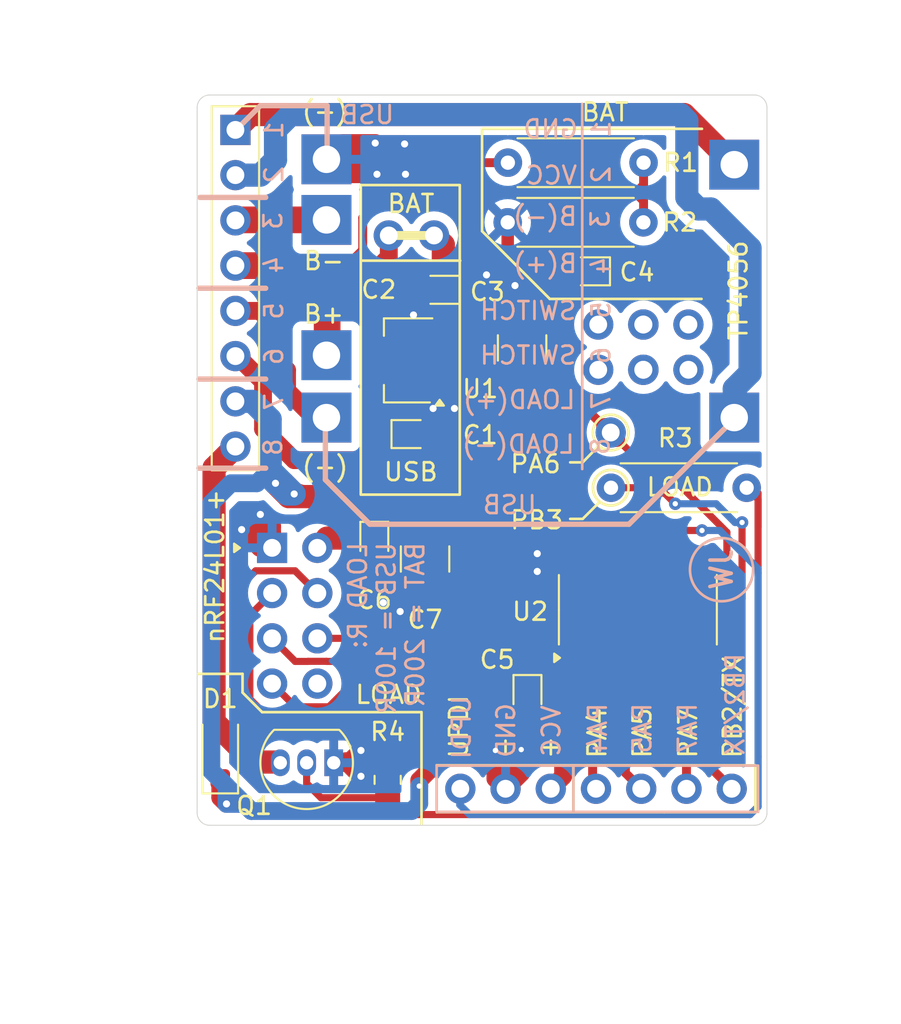
<source format=kicad_pcb>
(kicad_pcb (version 20240108) (generator "pcbnew") (generator_version "8.0")
  (layers (0 "F.Cu" signal) (31 "B.Cu" signal) (34 "B.Paste" user) (35 "F.Paste" user) (36 "B.SilkS" user "B.Silkscreen") (37 "F.SilkS" user "F.Silkscreen") (38 "B.Mask" user) (39 "F.Mask" user) (44 "Edge.Cuts" user))
  (net 0 "")
  (net 1 "Net-(J2-Pin_2)")
  (net 2 "GND")
  (net 3 "VCC")
  (net 4 "ADC_MEASURE")
  (net 5 "Net-(D1-A)")
  (net 6 "Net-(J1-Pin_1)")
  (net 7 "Net-(J1-Pin_2)")
  (net 8 "Net-(J2-Pin_1)")
  (net 9 "Net-(J3-Pin_2)")
  (net 10 "BATTERY_VOLT")
  (net 11 "UPDI")
  (net 12 "PB2")
  (net 13 "Net-(Q3-G)")
  (net 14 "ADC_ENABLED")
  (net 15 "LOAD_DRIVER_PIN")
  (net 16 "/SS")
  (net 17 "/MISO")
  (net 18 "/CE")
  (net 19 "/MOSI")
  (net 20 "/SCK")
  (net 22 "PB5")
  (net 23 "PB4")
  (footprint "TP4045:TP4056-18650" (layer "F.Cu") (at 181.9625 69.7125 180)
    (property "Reference" "TP4056" (hide yes))
    (property "Value" "~")
  )
  (footprint "Capacitor_Tantalum_SMD:CP_EIA-2012-15_AVX-P_Pad1.30x1.05mm_HandSolder" (layer "F.Cu") (at 168.65 84.35 -90)
    (property "Reference" "C5")
    (property "Value" "100nF")
  )
  (footprint "Connector_PinHeader_2.54mm:PinHeader_1x06_P2.54mm_Vertical" (layer "F.Cu") (at 177.58 88.85 -90)
    (property "Reference" "J6" (hide yes))
    (property "Value" "Conn_01x06")
  )
  (footprint "Capacitor_Tantalum_SMD:CP_EIA-2012-15_AVX-P_Pad1.30x1.05mm_HandSolder" (layer "F.Cu") (at 160.05 75.75 -90)
    (property "Reference" "C6")
    (property "Value" "100nF")
  )
  (footprint "Resistor_THT:R_Axial_DIN0207_L6.3mm_D2.5mm_P7.62mm_Horizontal" (layer "F.Cu") (at 167.55 53.7)
    (property "Reference" "R1")
    (property "Value" "5.1K")
  )
  (footprint "Diode_SMD:D_SOD-123F" (layer "F.Cu") (at 151.4 86.9 90)
    (property "Reference" "D1")
    (property "Value" "D")
  )
  (footprint "Package_TO_SOT_SMD:SOT-89-3" (layer "F.Cu") (at 161.95 64.8 180)
    (property "Reference" "U1")
    (property "Value" "MCP1700T-3302E/MB ")
  )
  (footprint "Package_TO_SOT_THT:TO-92_Inline" (layer "F.Cu") (at 157.52 87.39 180)
    (property "Reference" "Q1")
    (property "Value" "TO-92_Inline")
  )
  (footprint "RF_Module:nRF24L01_Breakout" (layer "F.Cu") (at 154.3105 75.325)
    (property "Reference" "nRF24L01+")
    (property "Value" "NRF24L01_Breakout")
  )
  (footprint "Capacitor_SMD:C_1210_3225Metric_Pad1.33x2.70mm_HandSolder" (layer "F.Cu") (at 168.35 64.1 90)
    (property "Reference" "C3")
    (property "Value" "22uF")
  )
  (footprint "Connector_PinHeader_2.54mm:PinHeader_2x03_P2.54mm_Vertical" (layer "F.Cu") (at 175.15 60.2475)
    (property "Reference" "REF**" (hide yes))
    (property "Value" "PinHeader_2x03_P2.54mm_Vertical")
  )
  (footprint "Package_SO:SOIC-14_3.9x8.7mm_P1.27mm" (layer "F.Cu") (at 174.85 78.8 90)
    (property "Reference" "U2")
    (property "Value" "ATtiny84A-P")
  )
  (footprint "Connector_PinHeader_2.54mm:PinHeader_1x04_P2.54mm_Vertical" (layer "F.Cu") (at 180.14 88.85 -90)
    (property "Reference" "REF**" (hide yes))
    (property "Value" "PinHeader_1x04_P2.54mm_Vertical")
  )
  (footprint "Resistor_THT:R_Axial_DIN0207_L6.3mm_D2.5mm_P7.62mm_Horizontal" (layer "F.Cu") (at 167.54 57.05)
    (property "Reference" "R2")
    (property "Value" "6.8K")
  )
  (footprint "Connector_PinHeader_2.54mm:PinHeader_1x03_P2.54mm_Vertical" (layer "F.Cu") (at 158.3225 57.7875 90)
    (property "Reference" "REF**" (hide yes))
    (property "Value" "PinHeader_1x03_P2.54mm_Vertical")
  )
  (footprint "Capacitor_Tantalum_SMD:CP_EIA-2012-15_AVX-P_Pad1.30x1.05mm_HandSolder" (layer "F.Cu") (at 162.9 68.9375)
    (property "Reference" "C1")
    (property "Value" "1uf")
  )
  (footprint "Capacitor_Tantalum_SMD:CP_EIA-2012-15_AVX-P_Pad1.30x1.05mm_HandSolder" (layer "F.Cu") (at 171.4 59.8 180)
    (property "Reference" "C4")
    (property "Value" "100nF")
  )
  (footprint "Capacitor_SMD:C_1210_3225Metric_Pad1.33x2.70mm_HandSolder" (layer "F.Cu") (at 162.9 75.95 -90)
    (property "Reference" "C7")
    (property "Value" "10uF")
  )
  (footprint "Resistor_THT:R_Axial_DIN0207_L6.3mm_D2.5mm_P7.62mm_Horizontal" (layer "F.Cu") (at 173.34 71.95)
    (property "Reference" "R8" (hide yes))
    (property "Value" "0-10K ?")
  )
  (footprint "Resistor_SMD:R_0805_2012Metric_Pad1.20x1.40mm_HandSolder" (layer "F.Cu") (at 160.8 88.35 90)
    (property "Reference" "R4")
    (property "Value" "10K")
  )
  (footprint "Connector_PinHeader_2.54mm:PinHeader_1x03_P2.54mm_Vertical" (layer "F.Cu") (at 174.71 68.85 90)
    (property "Reference" "REF**" (hide yes))
    (property "Value" "PinHeader_1x03_P2.54mm_Vertical")
  )
  (footprint "Capacitor_Tantalum_SMD:CP_EIA-2012-15_AVX-P_Pad1.30x1.05mm_HandSolder" (layer "F.Cu") (at 162.95 60.8375 180)
    (property "Reference" "C2")
    (property "Value" "1uf")
  )
  (footprint "Connector_PinHeader_2.54mm:PinHeader_1x08_P2.54mm_Vertical" (layer "F.Cu") (at 152.25 51.86)
    (property "Reference" "REF**" (hide yes))
    (property "Value" "PinHeader_1x08_P2.54mm_Vertical")
  )
  (footprint "Connector_PinHeader_2.54mm:PinHeader_2x03_P2.54mm_Vertical" (layer "F.Cu") (at 172.625 60.2475)
    (property "Reference" "REF**" (hide yes))
    (property "Value" "PinHeader_2x03_P2.54mm_Vertical")
  )
  (gr_line (start 153.95 60.75) (end 150.2 60.75) (stroke (width 0.3)) (layer "B.SilkS"))
  (gr_line (start 153.95 55.65) (end 150.25 55.65) (stroke (width 0.3)) (layer "B.SilkS"))
  (gr_rect (start 163.55 87.55) (end 181.6 90.15) (stroke (width 0.15)) (fill none) (layer "B.SilkS"))
  (gr_line (start 153.65 50.5) (end 152.25 51.9) (stroke (width 0.3)) (layer "B.SilkS"))
  (gr_line (start 159.8 74) (end 157.3 71.5) (stroke (width 0.3)) (layer "B.SilkS"))
  (gr_line (start 171.725 70.9) (end 171.725 50.4) (stroke (width 0.15)) (layer "B.SilkS"))
  (gr_line (start 153.95 65.85) (end 150.2 65.85) (stroke (width 0.3)) (layer "B.SilkS"))
  (gr_line (start 153.95 70.85) (end 150.2 70.85) (stroke (width 0.3)) (layer "B.SilkS"))
  (gr_line (start 157.4 50.5) (end 157.4 53.55) (stroke (width 0.3)) (layer "B.SilkS"))
  (gr_line (start 153.675 50.5) (end 157.4 50.5) (stroke (width 0.3)) (layer "B.SilkS"))
  (gr_line (start 171.23 87.55) (end 171.23 90.15) (stroke (width 0.15)) (layer "B.SilkS"))
  (gr_line (start 157.3 71.5) (end 157.3 68.032233) (stroke (width 0.3)) (layer "B.SilkS"))
  (gr_line (start 174.35 74) (end 159.8 74) (stroke (width 0.3)) (layer "B.SilkS"))
  (gr_circle (center 179.55 76.55) (end 181.323415 76.55) (stroke (width 0.15)) (fill none) (layer "B.SilkS"))
  (gr_line (start 180.3 68.05) (end 174.35 74) (stroke (width 0.3)) (layer "B.SilkS"))
  (gr_rect (start 159.29 54.9575) (end 164.85 72.3375) (stroke (width 0.15)) (fill none) (layer "F.SilkS"))
  (gr_line (start 150.15 82.4) (end 152.65 82.4) (stroke (width 0.15)) (layer "F.SilkS"))
  (gr_line (start 163.1 57.7875) (end 160.85 57.7875) (stroke (width 0.5)) (layer "F.SilkS"))
  (gr_line (start 176.33 90.18) (end 181.450088 90.18) (stroke (width 0.12)) (layer "F.SilkS"))
  (gr_line (start 176.33 87.52) (end 181.45 87.52) (stroke (width 0.12)) (layer "F.SilkS"))
  (gr_line (start 162.7 84.55) (end 162.7 90.85) (stroke (width 0.15)) (layer "F.SilkS"))
  (gr_line (start 169.9 61.35) (end 178.425 61.35) (stroke (width 0.15)) (layer "F.SilkS"))
  (gr_line (start 171.05 73.7) (end 171.75 73.7) (stroke (width 0.15)) (layer "F.SilkS"))
  (gr_line (start 171.225 87.55) (end 171.225 90.15) (stroke (width 0.15)) (layer "F.SilkS"))
  (gr_line (start 171.05 70.525) (end 171.75 70.525) (stroke (width 0.15)) (layer "F.SilkS"))
  (gr_line (start 181.45 87.55) (end 181.45 90.15) (stroke (width 0.15)) (layer "F.SilkS"))
  (gr_line (start 166.1 57.543741) (end 169.903131 61.346872) (stroke (width 0.15)) (layer "F.SilkS"))
  (gr_circle (center 173.325 71.95) (end 174.325 71.95) (stroke (width 0.15)) (fill none) (layer "F.SilkS"))
  (gr_line (start 164.875 59.2) (end 159.325 59.2) (stroke (width 0.15)) (layer "F.SilkS"))
  (gr_line (start 172.7 72.75) (end 171.75 73.7) (stroke (width 0.15)) (layer "F.SilkS"))
  (gr_line (start 172.65 69.6) (end 171.75 70.525) (stroke (width 0.15)) (layer "F.SilkS"))
  (gr_line (start 166.1 51.8) (end 166.1 57.543741) (stroke (width 0.15)) (layer "F.SilkS"))
  (gr_circle (center 173.325 68.85) (end 174.325 68.85) (stroke (width 0.15)) (fill none) (layer "F.SilkS"))
  (gr_line (start 178.45 51.8) (end 166.1 51.8) (stroke (width 0.15)) (layer "F.SilkS"))
  (gr_line (start 152.65 83.45) (end 153.75 84.55) (stroke (width 0.15)) (layer "F.SilkS"))
  (gr_line (start 153.75 84.55) (end 162.7 84.55) (stroke (width 0.15)) (layer "F.SilkS"))
  (gr_line (start 152.65 83.442939) (end 152.65 82.4) (stroke (width 0.15)) (layer "F.SilkS"))
  (gr_arc (start 150.8 90.899998) (mid 150.307083 90.692917) (end 150.100002 90.2) (stroke (width 0.05)) (layer "Edge.Cuts"))
  (gr_line (start 181.4 49.900001) (end 150.8 49.900001) (stroke (width 0.05)) (layer "Edge.Cuts"))
  (gr_arc (start 181.4 49.900002) (mid 181.893083 50.107249) (end 182.100003 50.600469) (stroke (width 0.05)) (layer "Edge.Cuts"))
  (gr_line (start 181.4 90.899999) (end 150.8 90.899999) (stroke (width 0.05)) (layer "Edge.Cuts"))
  (gr_line (start 150.100001 90.2) (end 150.101262 50.649923) (stroke (width 0.05)) (layer "Edge.Cuts"))
  (gr_arc (start 150.101262 50.649923) (mid 150.289738 50.12505) (end 150.8 49.900001) (stroke (width 0.05)) (layer "Edge.Cuts"))
  (gr_line (start 182.100004 50.600469) (end 182.1 90.25) (stroke (width 0.05)) (layer "Edge.Cuts"))
  (gr_arc (start 182.097739 90.249817) (mid 181.874975 90.710237) (end 181.4 90.899998) (stroke (width 0.05)) (layer "Edge.Cuts"))
  (gr_text "SWITCH" (at 171.475 65.1 0) (layer "B.SilkS") (effects (font (size 1 1)) (justify left bottom mirror)))
  (gr_text "1" (at 173.375 51.25 90) (layer "B.SilkS") (effects (font (size 1 1)) (justify left bottom mirror)))
  (gr_text "LOAD(+)" (at 171.425 67.6 0) (layer "B.SilkS") (effects (font (size 1 1)) (justify left bottom mirror)))
  (gr_text "PA7" (at 178.225 83.95 90) (layer "B.SilkS") (effects (font (size 1 1)) (justify left bottom mirror)))
  (gr_text "2" (at 155 53.8 90) (layer "B.SilkS") (effects (font (size 1 1)) (justify left bottom mirror)))
  (gr_text "LOAD(-)" (at 171.375 70.1 0) (layer "B.SilkS") (effects (font (size 1 1)) (justify left bottom mirror)))
  (gr_text "8" (at 154.95 69.1 90) (layer "B.SilkS") (effects (font (size 1 1)) (justify left bottom mirror)))
  (gr_text "PA5" (at 175.68 83.95 90) (layer "B.SilkS") (effects (font (size 1 1)) (justify left bottom mirror)))
  (gr_text "GND" (at 168.03 83.95 90) (layer "B.SilkS") (effects (font (size 1 1)) (justify left bottom mirror)))
  (gr_text "USB" (at 161.25 51.6 0) (layer "B.SilkS") (effects (font (size 1 1)) (justify left bottom mirror)))
  (gr_text "3" (at 173.325 56.3 90) (layer "B.SilkS") (effects (font (size 1 1)) (justify left bottom mirror)))
  (gr_text "2" (at 173.375 53.8 90) (layer "B.SilkS") (effects (font (size 1 1)) (justify left bottom mirror)))
  (gr_text "3" (at 154.95 56.4 90) (layer "B.SilkS") (effects (font (size 1 1)) (justify left bottom mirror)))
  (gr_text "GND" (at 171.575 52.4 0) (layer "B.SilkS") (effects (font (size 1 1)) (justify left bottom mirror)))
  (gr_text "VCC" (at 170.575 84.075 90) (layer "B.SilkS") (effects (font (size 1 1)) (justify left bottom mirror)))
  (gr_text "5" (at 173.375 61.4 90) (layer "B.SilkS") (effects (font (size 1 1)) (justify left bottom mirror)))
  (gr_text "JW" (at 180.25 75.25 90) (layer "B.SilkS") (effects (font (size 1.2 1.2) (thickness 0.2) (bold yes)) (justify left bottom mirror)))
  (gr_text "6" (at 155 64 90) (layer "B.SilkS") (effects (font (size 1 1)) (justify left bottom mirror)))
  (gr_text "B(-)" (at 171.525 57.3 0) (layer "B.SilkS") (effects (font (size 1 1)) (justify left bottom mirror)))
  (gr_text "PA4" (at 173.18 83.95 90) (layer "B.SilkS") (effects (font (size 1 1)) (justify left bottom mirror)))
  (gr_text "7" (at 173.375 66.5 90) (layer "B.SilkS") (effects (font (size 1 1)) (justify left bottom mirror)))
  (gr_text "5" (at 155 61.45 90) (layer "B.SilkS") (effects (font (size 1 1)) (justify left bottom mirror)))
  (gr_text "7" (at 155 66.55 90) (layer "B.SilkS") (effects (font (size 1 1)) (justify left bottom mirror)))
  (gr_text "LOAD R:\nUSB = 100R\nBAT = 200R" (at 162.925 74.925 90) (layer "B.SilkS") (effects (font (size 1 1)) (justify left bottom mirror)))
  (gr_text "8" (at 173.325 69.05 90) (layer "B.SilkS") (effects (font (size 1 1)) (justify left bottom mirror)))
  (gr_text "USB" (at 169.25 73.5 0) (layer "B.SilkS") (effects (font (size 1 1)) (justify left bottom mirror)))
  (gr_text "B(+)" (at 171.525 59.95 0) (layer "B.SilkS") (effects (font (size 1 1)) (justify left bottom mirror)))
  (gr_text "SWITCH" (at 171.475 62.6 0) (layer "B.SilkS") (effects (font (size 1 1)) (justify left bottom mirror)))
  (gr_text "6" (at 173.375 63.95 90) (layer "B.SilkS") (effects (font (size 1 1)) (justify left bottom mirror)))
  (gr_text "4" (at 155 58.85 90) (layer "B.SilkS") (effects (font (size 1 1)) (justify left bottom mirror)))
  (gr_text "4" (at 173.375 58.9 90) (layer "B.SilkS") (effects (font (size 1 1)) (justify left bottom mirror)))
  (gr_text "PB2/TX" (at 180.9 81.15 90) (layer "B.SilkS") (effects (font (size 1 1)) (justify left bottom mirror)))
  (gr_text "UPDI" (at 165.53 83.55 90) (layer "B.SilkS") (effects (font (size 1 1)) (justify left bottom mirror)))
  (gr_text "VCC" (at 171.525 55 0) (layer "B.SilkS") (effects (font (size 1 1)) (justify left bottom mirror)))
  (gr_text "1" (at 155 51.3 90) (layer "B.SilkS") (effects (font (size 1 1)) (justify left bottom mirror)))
  (gr_text "PA6" (at 167.6 71.2 0) (layer "F.SilkS") (effects (font (size 1 1)) (justify left bottom)))
  (gr_text "TP4056" (at 181.075 63.75 90) (layer "F.SilkS") (effects (font (size 1 1)) (justify left bottom)))
  (gr_text "PA4" (at 173.15 87.225 90) (layer "F.SilkS") (effects (font (size 1 1)) (justify left bottom)))
  (gr_text "PB3" (at 167.6 74.35 0) (layer "F.SilkS") (effects (font (size 1 1)) (justify left bottom)))
  (gr_text "LOAD" (at 158.9 84.15 0) (layer "F.SilkS") (effects (font (size 1 1)) (justify left bottom)))
  (gr_text "(+)" (at 155.9 71.35 0) (layer "F.SilkS") (effects (font (size 1 1)) (justify left bottom)))
  (gr_text "+" (at 170.475 87.25 90) (layer "F.SilkS") (effects (font (size 1 1)) (justify left bottom)))
  (gr_text "-" (at 167.93 87.25 90) (layer "F.SilkS") (effects (font (size 1 1)) (justify left bottom)))
  (gr_text "BAT" (at 171.6 51.45 0) (layer "F.SilkS") (effects (font (size 1 1)) (justify left bottom)))
  (gr_text "PB2/TX" (at 180.75 87.225 90) (layer "F.SilkS") (effects (font (size 1 1)) (justify left bottom)))
  (gr_text "PA7" (at 178.25 87.225 90) (layer "F.SilkS") (effects (font (size 1 1)) (justify left bottom)))
  (gr_text "BAT" (at 160.7 56.5875 0) (layer "F.SilkS") (effects (font (size 1 1)) (justify left bottom)))
  (gr_text "PA5" (at 175.68 87.225 90) (layer "F.SilkS") (effects (font (size 1 1)) (justify left bottom)))
  (gr_text "LOAD" (at 175.25 72.5 0) (layer "F.SilkS") (effects (font (size 1 1)) (justify left bottom)))
  (gr_text "UPDI" (at 165.375 87.225 90) (layer "F.SilkS") (effects (font (size 1 1)) (justify left bottom)))
  (gr_text "R3" (at 175.875 69.75 0) (layer "F.SilkS") (effects (font (size 1 1)) (justify left bottom)))
  (gr_text "(-)" (at 155.9 51.4 0) (layer "F.SilkS") (effects (font (size 1 1)) (justify left bottom)))
  (gr_text "USB" (at 160.5 71.65 0) (layer "F.SilkS") (effects (font (size 1 1)) (justify left bottom)))
  (segment (start 159.8 60.0625) (end 159.8 62.6) (width 1) (layer "F.Cu") (net 1))
  (segment (start 160.4625 70.4) (end 155.55 70.4) (width 1) (layer "F.Cu") (net 1))
  (segment (start 163.8125 64.8) (end 162 64.8) (width 1) (layer "F.Cu") (net 1))
  (segment (start 161.3 66.05) (end 162.482906 64.867094) (width 1) (layer "F.Cu") (net 1))
  (segment (start 161.3 69.5625) (end 160.4625 70.4) (width 1) (layer "F.Cu") (net 1))
  (segment (start 161.925 68.9375) (end 161.8875 68.9375) (width 1) (layer "F.Cu") (net 1))
  (segment (start 155.55 70.4) (end 153.8 68.65) (width 1) (layer "F.Cu") (net 1))
  (segment (start 153.8 68.65) (end 153.8 66) (width 1) (layer "F.Cu") (net 1))
  (segment (start 160.8625 57.7875) (end 160.8625 59) (width 1) (layer "F.Cu") (net 1))
  (segment (start 153.8 66) (end 152.36 64.56) (width 1) (layer "F.Cu") (net 1))
  (segment (start 152.36 64.56) (end 152.25 64.56) (width 1) (layer "F.Cu") (net 1))
  (segment (start 162 64.8) (end 159.8 62.6) (width 1) (layer "F.Cu") (net 1))
  (segment (start 161.3 68.35) (end 161.3 69.5625) (width 1) (layer "F.Cu") (net 1))
  (segment (start 161.3 68.35) (end 161.3 66.05) (width 1) (layer "F.Cu") (net 1))
  (segment (start 159.8 60.0625) (end 160.8625 59) (width 1) (layer "F.Cu") (net 1))
  (segment (start 161.8875 68.9375) (end 161.3 68.35) (width 1) (layer "F.Cu") (net 1))
  (segment (start 162.482906 64.867094) (end 163.745406 64.867094) (width 1) (layer "F.Cu") (net 1))
  (segment (start 162.9 77.5) (end 161.5 78.9) (width 1.3) (layer "F.Cu") (net 2))
  (segment (start 163.875 68.9375) (end 163.875 68.025) (width 1) (layer "F.Cu") (net 2))
  (segment (start 160.2 54.35) (end 161.8 54.35) (width 1) (layer "F.Cu") (net 2))
  (segment (start 160.2 54.35) (end 158.2 54.35) (width 1) (layer "F.Cu") (net 2))
  (segment (start 160.55 78.4) (end 160.05 77.9) (width 1.3) (layer "F.Cu") (net 2))
  (segment (start 153.625 75.325) (end 152.6 74.3) (width 1) (layer "F.Cu") (net 2))
  (segment (start 170.715 76.65) (end 171.04 76.325) (width 0.7) (layer "F.Cu") (net 2))
  (segment (start 168.75 59.8) (end 167.95 60.6) (width 0.7) (layer "F.Cu") (net 2))
  (segment (start 166.35 60.5375) (end 168.35 62.5375) (width 1.3) (layer "F.Cu") (net 2))
  (segment (start 163.9 66.95) (end 163.35 67.5) (width 1) (layer "F.Cu") (net 2))
  (segment (start 158.2 54.35) (end 157.3625 53.5125) (width 1) (layer "F.Cu") (net 2))
  (segment (start 154.3105 75.325) (end 154.3105 75.0605) (width 1) (layer "F.Cu") (net 2))
  (segment (start 168.3 86.65) (end 167.35 87.6) (width 1) (layer "F.Cu") (net 2))
  (segment (start 169.2 76.65) (end 169.2 75.65) (width 0.7) (layer "F.Cu") (net 2))
  (segment (start 157.77 87.39) (end 158.61 87.39) (width 1) (layer "F.Cu") (net 2))
  (segment (start 168.35 62.5375) (end 168.35 61) (width 1.3) (layer "F.Cu") (net 2))
  (segment (start 160.1 87.35) (end 159.3 88.15) (width 1) (layer "F.Cu") (net 2))
  (segment (start 163.875 68.025) (end 163.35 67.5) (width 1) (layer "F.Cu") (net 2))
  (segment (start 159.95 87.35) (end 159.3 86.7) (width 1) (layer "F.Cu") (net 2))
  (segment (start 160.15 52.65) (end 160.1 52.6) (width 1) (layer "F.Cu") (net 2))
  (segment (start 163.875 68.175) (end 164.55 67.5) (width 1) (layer "F.Cu") (net 2))
  (segment (start 154.3105 75.325) (end 154.3105 74.4605) (width 1) (layer "F.Cu") (net 2))
  (segment (start 168.3 86.65) (end 168.3 87.97) (width 1) (layer "F.Cu") (net 2))
  (segment (start 154.3105 75.0605) (end 153.3 74.05) (width 1) (layer "F.Cu") (net 2))
  (segment (start 153.45 73.45) (end 153.65 73.45) (width 1) (layer "F.Cu") (net 2))
  (segment (start 167.35 87.6) (end 167.35 87.8) (width 1) (layer "F.Cu") (net 2))
  (segment (start 160.05 77.9) (end 160.05 76.725) (width 1.3) (layer "F.Cu") (net 2))
  (segment (start 153.65 73.45) (end 154.3105 74.1105) (width 1) (layer "F.Cu") (net 2))
  (segment (start 160.1 52.6) (end 158.275 52.6) (width 1) (layer "F.Cu") (net 2))
  (segment (start 163.875 68.9375) (end 163.875 68.175) (width 1) (layer "F.Cu") (net 2))
  (segment (start 154.3105 74.1105) (end 154.3105 75.325) (width 1) (layer "F.Cu") (net 2))
  (segment (start 152.6 74.3) (end 153.45 73.45) (width 1) (layer "F.Cu") (net 2))
  (segment (start 166.85 86.7) (end 167.275 86.7) (width 1) (layer "F.Cu") (net 2))
  (segment (start 168.35 61) (end 167.95 60.6) (width 1.3) (layer "F.Cu") (net 2))
  (segment (start 169.675 76.325) (end 169.6 76.25) (width 0.7) (layer "F.Cu") (net 2))
  (segment (start 158.54 87.39) (end 159.3 88.15) (width 1) (layer "F.Cu") (net 2))
  (segment (start 167.275 86.7) (end 168.65 85.325) (width 1) (layer "F.Cu") (net 2))
  (segment (start 163.9 66.85) (end 164.55 67.5) (width 1) (layer "F.Cu") (net 2))
  (segment (start 162.9 77.1625) (end 160.4875 77.1625) (width 1.3) (layer "F.Cu") (net 2))
  (segment (start 161.5 78.2) (end 161.25 77.95) (width 1.3) (layer "F.Cu") (net 2))
  (segment (start 157.8 87.4) (end 157.75 87.35) (width 1) (layer "F.Cu") (net 2))
  (segment (start 170.365 75.65) (end 171.04 76.325) (width 0.7) (layer "F.Cu") (net 2))
  (segment (start 168.65 85.325) (end 168.65 86.3) (width 1) (layer "F.Cu") (net 2))
  (segment (start 161.05 78.9) (end 161.5 78.9) (width 1.3) (layer "F.Cu") (net 2))
  (segment (start 160.1 52.6) (end 161.7 54.2) (width 1) (layer "F.Cu") (net 2))
  (segment (start 167.35 60) (end 167.95 60.6) (width 1.3) (layer "F.Cu") (net 2))
  (segment (start 160.8 54.35) (end 160 53.55) (width 1) (layer "F.Cu") (net 2))
  (segment (start 166.85 86.7) (end 166.85 88.28) (width 1) (layer "F.Cu") (net 2))
  (segment (start 159.3 87.4) (end 157.8 87.4) (width 1) (layer "F.Cu") (net 2))
  (segment (start 161.975 60.8375) (end 161.975 61.975) (width 1) (layer "F.Cu") (net 2))
  (segment (start 161.975 61.975) (end 162.25 62.25) (width 1) (layer "F.Cu") (net 2))
  (segment (start 167.54 60.19) (end 167.95 60.6) (width 0.5) (layer "F.Cu") (net 2))
  (segment (start 157.3625 53.5125) (end 160.7875 53.5125) (width 1) (layer "F.Cu") (net 2))
  (segment (start 160.8 87.35) (end 159.35 87.35) (width 1) (layer "F.Cu") (net 2))
  (segment (start 154.3105 75.325) (end 153.625 75.325) (width 1) (layer "F.Cu") (net 2))
  (segment (start 167.54 57.05) (end 167.54 60.19) (width 0.7) (layer "F.Cu") (net 2))
  (segment (start 162.9 77.1625) (end 162.9 77.5) (width 1.3) (layer "F.Cu") (net 2))
  (segment (start 159.3 88.15) (end 159.3 87.4) (width 1) (layer "F.Cu") (net 2))
  (segment (start 157.77 87.39) (end 158.54 87.39) (width 1) (layer "F.Cu") (net 2))
  (segment (start 158.275 52.6) (end 157.3625 53.5125) (width 1) (layer "F.Cu") (net 2))
  (segment (start 161.5 78.9) (end 161.5 78.2) (width 1.3) (layer "F.Cu") (net 2))
  (segment (start 161.8 54.35) (end 160.8 54.35) (width 1) (layer "F.Cu") (net 2))
  (segment (start 161.75 52.65) (end 160.15 52.65) (width 1) (layer "F.Cu") (net 2))
  (segment (start 159.35 87.35) (end 159.3 87.4) (width 1) (layer "F.Cu") (net 2))
  (segment (start 168.3 87.97) (end 167.42 88.85) (width 1) (layer "F.Cu") (net 2))
  (segment (start 166.85 88.28) (end 167.42 88.85) (width 1) (layer "F.Cu") (net 2))
  (segment (start 158.45 87.3) (end 159.3 88.15) (width 1) (layer "F.Cu") (net 2))
  (segment (start 158.61 87.39) (end 159.3 86.7) (width 1) (layer "F.Cu") (net 2))
  (segment (start 163.9 66.3) (end 163.9 66.85) (width 1) (layer "F.Cu") (net 2))
  (segment (start 160.55 78.4) (end 161.05 78.9) (width 1.3) (layer "F.Cu") (net 2))
  (segment (start 159.3 87.4) (end 159.3 86.8) (width 1) (layer "F.Cu") (net 2))
  (segment (start 160.7875 53.5125) (end 160.8 53.5) (width 1) (layer "F.Cu") (net 2))
  (segment (start 170.425 59.8) (end 168.75 59.8) (width 0.7) (layer "F.Cu") (net 2))
  (segment (start 160.4875 77.1625) (end 160.05 76.725) (width 1.3) (layer "F.Cu") (net 2))
  (segment (start 168.65 86.3) (end 168.3 86.65) (width 1) (layer "F.Cu") (net 2))
  (segment (start 169.2 76.65) (end 170.715 76.65) (width 0.7) (layer "F.Cu") (net 2))
  (segment (start 169.2 75.65) (end 170.365 75.65) (width 0.7) (layer "F.Cu") (net 2))
  (segment (start 166.35 60) (end 166.35 60.5375) (width 1.3) (layer "F.Cu") (net 2))
  (segment (start 171.04 76.325) (end 169.675 76.325) (width 0.7) (layer "F.Cu") (net 2))
  (segment (start 161.8 52.7) (end 161.75 52.65) (width 1) (layer "F.Cu") (net 2))
  (segment (start 163.9 66.3) (end 163.9 66.95) (width 1) (layer "F.Cu") (net 2))
  (segment (start 161.8 54.35) (end 161.8 52.7) (width 1) (layer "F.Cu") (net 2))
  (segment (start 166.35 60) (end 167.35 60) (width 1.3) (layer "F.Cu") (net 2))
  (via (at 168.3 86.65) (size 0.7) (drill 0.3) (layers "F.Cu" "B.Cu") (net 2))
  (via (at 167.95 60.6) (size 0.9) (drill 0.4) (layers "F.Cu" "B.Cu") (net 2))
  (via (at 152.6 74.3) (size 0.9) (drill 0.4) (layers "F.Cu" "B.Cu") (net 2))
  (via (at 161.5 78.9) (size 0.9) (drill 0.4) (layers "F.Cu" "B.Cu") (net 2))
  (via (at 160.1 52.6) (size 0.9) (drill 0.4) (layers "F.Cu" "B.Cu") (net 2))
  (via (at 153.65 73.45) (size 0.9) (drill 0.4) (layers "F.Cu" "B.Cu") (net 2))
  (via (at 166.85 86.7) (size 0.7) (drill 0.3) (layers "F.Cu" "B.Cu") (net 2))
  (via (at 162.25 62.25) (size 0.9) (drill 0.4) (layers "F.Cu" "B.Cu") (net 2))
  (via (at 159.3 86.7) (size 0.9) (drill 0.4) (layers "F.Cu" "B.Cu") (net 2))
  (via (at 161.8 54.35) (size 0.9) (drill 0.4) (layers "F.Cu" "B.Cu") (net 2))
  (via (at 169.2 76.65) (size 0.9) (drill 0.4) (layers "F.Cu" "B.Cu") (net 2))
  (via (at 164.55 67.5) (size 0.9) (drill 0.4) (layers "F.Cu" "B.Cu") (net 2))
  (via (at 160.2 54.35) (size 0.9) (drill 0.4) (layers "F.Cu" "B.Cu") (net 2))
  (via (at 160.55 78.4) (size 0.9) (drill 0.4) (layers "F.Cu" "B.Cu") (net 2))
  (via (at 161.75 52.65) (size 0.9) (drill 0.4) (layers "F.Cu" "B.Cu") (net 2))
  (via (at 163.35 67.5) (size 0.9) (drill 0.4) (layers "F.Cu" "B.Cu") (net 2))
  (via (at 159.3 88.15) (size 0.9) (drill 0.4) (layers "F.Cu" "B.Cu") (net 2))
  (via (at 169.2 75.65) (size 0.9) (drill 0.4) (layers "F.Cu" "B.Cu") (net 2))
  (via (at 166.35 60) (size 0.9) (drill 0.4) (layers "F.Cu" "B.Cu") (net 2))
  (segment (start 168.35 65.6625) (end 167.6625 65.6625) (width 1.3) (layer "F.Cu") (net 3))
  (segment (start 155.55 72.3) (end 155.7 72.45) (width 1.3) (layer "F.Cu") (net 3))
  (segment (start 168.35 69.7) (end 168.35 65.6625) (width 1.3) (layer "F.Cu") (net 3))
  (segment (start 160.05 74.775) (end 162.1625 74.775) (width 1.3) (layer "F.Cu") (net 3))
  (segment (start 164.125 63.075) (end 165.025 63.075) (width 1.3) (layer "F.Cu") (net 3))
  (segment (start 163.925 60.8375) (end 163.925 60.925) (width 1.3) (layer "F.Cu") (net 3))
  (segment (start 170.65 84.15) (end 170.05 83.55) (width 1) (layer "F.Cu") (net 3))
  (segment (start 169.4075 82.9075) (end 171.04 81.275) (width 1) (layer "F.Cu") (net 3))
  (segment (start 162.575 88.7) (end 162.575 88.375) (width 1) (layer "F.Cu") (net 3))
  (segment (start 158.9 74.775) (end 160.05 74.775) (width 1.3) (layer "F.Cu") (net 3))
  (segment (start 165.1 62.1) (end 163.9 63.3) (width 1.3) (layer "F.Cu") (net 3))
  (segment (start 165.35 63.3) (end 167.7125 65.6625) (width 1.3) (layer "F.Cu") (net 3))
  (segment (start 168.94 83.375) (end 169.4075 82.9075) (width 1) (layer "F.Cu") (net 3))
  (segment (start 157.4005 74.775) (end 156.8505 75.325) (width 1) (layer "F.Cu") (net 3))
  (segment (start 155.25 72.45) (end 154.5 71.7) (width 1.3) (layer "F.Cu") (net 3))
  (segment (start 164.1 73.95) (end 165.8 72.25) (width 1.3) (layer "F.Cu") (net 3))
  (segment (start 170.05 83.55) (end 168.65 83.55) (width 1) (layer "F.Cu") (net 3))
  (segment (start 160.05 74.775) (end 157.4005 74.775) (width 1) (layer "F.Cu") (net 3))
  (segment (start 163.275 74.775) (end 164.1 73.95) (width 1.3) (layer "F.Cu") (net 3))
  (segment (start 165.6 72.45) (end 165.8 72.25) (width 1.3) (layer "F.Cu") (net 3))
  (segment (start 157.4005 74.775) (end 158.9 74.775) (width 1.3) (layer "F.Cu") (net 3))
  (segment (start 168.0425 82.9075) (end 169.4075 82.9075) (width 1) (layer "F.Cu") (net 3))
  (segment (start 157 72.45) (end 165.6 72.45) (width 1.3) (layer "F.Cu") (net 3))
  (segment (start 165.1 62.1) (end 165.1 63.15) (width 1.3) (layer "F.Cu") (net 3))
  (segment (start 163.9 63.3) (end 165.35 63.3) (width 1.3) (layer "F.Cu") (net 3))
  (segment (start 151.4 88.3) (end 151.4 89.35) (width 1) (layer "F.Cu") (net 3))
  (segment (start 155.7 72.45) (end 155.85 72.45) (width 1.3) (layer "F.Cu") (net 3))
  (segment (start 160.4375 74.3875) (end 160.05 74.775) (width 1) (layer "F.Cu") (net 3))
  (segment (start 156 72.45) (end 155.55 72.3) (width 1.3) (layer "F.Cu") (net 3))
  (segment (start 168.865 83.45) (end 168.85 83.45) (width 1) (layer "F.Cu") (net 3))
  (segment (start 163.4025 57.7875) (end 163.925 58.31) (width 1.3) (layer "F.Cu") (net 3))
  (segment (start 162.575 88.375) (end 167.575 83.375) (width 1) (layer "F.Cu") (net 3))
  (segment (start 157 72.45) (end 156 72.45) (width 1.3) (layer "F.Cu") (net 3))
  (segment (start 151.4 89.35) (end 151.75 89.7) (width 1) (layer "F.Cu") (net 3))
  (segment (start 169.4075 82.9075) (end 170.65 84.15) (width 1) (layer "F.Cu") (net 3))
  (segment (start 154.5 71.7) (end 154.95 71.7) (width 1.3) (layer "F.Cu") (net 3))
  (segment (start 162.9 74.3875) (end 160.4375 74.3875) (width 1) (layer "F.Cu") (net 3))
  (segment (start 165.6 72.45) (end 168.35 69.7) (width 1.3) (layer "F.Cu") (net 3))
  (segment (start 163.925 60.925) (end 165.1 62.1) (width 1.3) (layer "F.Cu") (net 3))
  (segment (start 154.95 71.7) (end 155.55 72.3) (width 1.3) (layer "F.Cu") (net 3))
  (segment (start 170.65 84.15) (end 170.65 88.16) (width 1) (layer "F.Cu") (net 3))
  (segment (start 168.65 83.375) (end 168.94 83.375) (width 1) (layer "F.Cu") (net 3))
  (segment (start 167.575 83.375) (end 168.0425 82.9075) (width 1) (layer "F.Cu") (net 3))
  (segment (start 162.9 74.3875) (end 163.6625 74.3875) (width 1) (layer "F.Cu") (net 3))
  (segment (start 165.0285 63.0785) (end 163.9 63.0785) (width 1.3) (layer "F.Cu") (net 3))
  (segment (start 164.1 60.8) (end 163.85 60.8) (width 1.3) (layer "F.Cu") (net 3))
  (segment (start 167.7125 65.6625) (end 168.35 65.6625) (width 1.3) (layer "F.Cu") (net 3))
  (segment (start 167.575 83.375) (end 168.65 83.375) (width 1) (layer "F.Cu") (net 3))
  (segment (start 170.65 88.16) (end 169.96 88.85) (width 1) (layer "F.Cu") (net 3))
  (segment (start 157 72.45) (end 155.25 72.45) (width 1.3) (layer "F.Cu") (net 3))
  (segment (start 163.6625 74.3875) (end 164.1 73.95) (width 1) (layer "F.Cu") (net 3))
  (segment (start 158.9 74.775) (end 163.275 74.775) (width 1.3) (layer "F.Cu") (net 3))
  (segment (start 163.9 63.3) (end 164.125 63.075) (width 1.3) (layer "F.Cu") (net 3))
  (segment (start 163.925 58.31) (end 163.925 60.8375) (width 1.3) (layer "F.Cu") (net 3))
  (via (at 151.75 89.7) (size 0.9) (drill 0.4) (layers "F.Cu" "B.Cu") (net 3))
  (via (at 154.5 71.7) (size 0.9) (drill 0.4) (layers "F.Cu" "B.Cu") (net 3))
  (via (at 155.55 72.3) (size 0.9) (drill 0.4) (layers "F.Cu" "B.Cu") (net 3))
  (via (at 162.575 88.7) (size 0.7) (drill 0.3) (layers "F.Cu" "B.Cu") (net 3))
  (segment (start 150.9 72.8) (end 150.9 87.85) (width 1) (layer "B.Cu") (net 3))
  (segment (start 152 71.7) (end 150.9 72.8) (width 1) (layer "B.Cu") (net 3))
  (segment (start 155.15 72.3) (end 154.65 71.8) (width 1.3) (layer "B.Cu") (net 3))
  (segment (start 162.15 90.1) (end 153.15 90.1) (width 1) (layer "B.Cu") (net 3))
  (segment (start 155.55 72.3) (end 155.15 72.3) (width 1.3) (layer "B.Cu") (net 3))
  (segment (start 154.2 69.75) (end 154.2 71.4) (width 1.3) (layer "B.Cu") (net 3))
  (segment (start 151.75 89.7) (end 152.75 89.7) (width 1) (layer "B.Cu") (net 3))
  (segment (start 154.2 70.95) (end 154.2 69.75) (width 1.3) (layer "B.Cu") (net 3))
  (segment (start 155.55 72.3) (end 154.2 70.95) (width 1.3) (layer "B.Cu") (net 3))
  (segment (start 162.575 88.7) (end 162.575 89.675) (width 1) (layer "B.Cu") (net 3))
  (segment (start 153.45 71.7) (end 152 71.7) (width 1) (layer "B.Cu") (net 3))
  (segment (start 151.75 88.7) (end 151.75 89.7) (width 1) (layer "B.Cu") (net 3))
  (segment (start 162.575 89.675) (end 162.15 90.1) (width 1) (layer "B.Cu") (net 3))
  (segment (start 153.2 67.1) (end 152.25 67.1) (width 1.3) (layer "B.Cu") (net 3))
  (segment (start 154.2 71.4) (end 154.5 71.7) (width 1.3) (layer "B.Cu") (net 3))
  (segment (start 152.75 89.7) (end 153.15 90.1) (width 1) (layer "B.Cu") (net 3))
  (segment (start 150.9 87.85) (end 153.15 90.1) (width 1) (layer "B.Cu") (net 3))
  (segment (start 154.2 69.75) (end 154.2 68.1) (width 1.3) (layer "B.Cu") (net 3))
  (segment (start 154.2 70.95) (end 153.45 71.7) (width 1) (layer "B.Cu") (net 3))
  (segment (start 150.9 87.85) (end 151.75 88.7) (width 1) (layer "B.Cu") (net 3))
  (segment (start 154.2 68.1) (end 153.2 67.1) (width 1.3) (layer "B.Cu") (net 3))
  (segment (start 177.2 79.6) (end 178.25 78.55) (width 0.4) (layer "F.Cu") (net 4))
  (segment (start 173.325 68.85) (end 173.6375 69.1625) (width 1) (layer "F.Cu") (net 4))
  (segment (start 173.325 68.85) (end 173.0125 68.5375) (width 1) (layer "F.Cu") (net 4))
  (segment (start 174.72 55.4) (end 175.17 55.85) (width 0.5) (layer "F.Cu") (net 4))
  (segment (start 174.45 55.4) (end 174.72 55.4) (width 0.5) (layer "F.Cu") (net 4))
  (segment (start 175.17 57.04) (end 175.16 57.05) (width 0.5) (layer "F.Cu") (net 4))
  (segment (start 172.9625 68.5375) (end 173.0125 68.5375) (width 0.5) (layer "F.Cu") (net 4))
  (segment (start 175.17 53.7) (end 175.17 54.95) (width 0.5) (layer "F.Cu") (net 4))
  (segment (start 170.8 62) (end 170.8 66.375) (width 0.5) (layer "F.Cu") (net 4))
  (segment (start 172.375 60.425) (end 170.8 62) (width 0.5) (layer "F.Cu") (net 4))
  (segment (start 174.425 69.95) (end 173.6375 69.1625) (width 0.4) (layer "F.Cu") (net 4))
  (segment (start 174.45 55.4) (end 175.17 55.4) (width 0.5) (layer "F.Cu") (net 4))
  (segment (start 173.3 55.4) (end 174.45 55.4) (width 0.5) (layer "F.Cu") (net 4))
  (segment (start 178.75 78.55) (end 179.85 77.45) (width 0.4) (layer "F.Cu") (net 4))
  (segment (start 174.72 55.4) (end 175.17 54.95) (width 0.5) (layer "F.Cu") (net 4))
  (segment (start 179.85 74.45) (end 175.35 69.95) (width 0.4) (layer "F.Cu") (net 4))
  (segment (start 174.85 80.25) (end 175.5 79.6) (width 0.4) (layer "F.Cu") (net 4))
  (segment (start 172.375 59.8) (end 172.375 56.325) (width 0.5) (layer "F.Cu") (net 4))
  (segment (start 175.17 54.95) (end 175.17 55.4) (width 0.5) (layer "F.Cu") (net 4))
  (segment (start 178.25 78.55) (end 178.75 78.55) (width 0.4) (layer "F.Cu") (net 4))
  (segment (start 175.17 55.85) (end 175.17 57.04) (width 0.5) (layer "F.Cu") (net 4))
  (segment (start 175.17 55.4) (end 175.17 55.85) (width 0.5) (layer "F.Cu") (net 4))
  (segment (start 174.85 81.275) (end 174.85 80.25) (width 0.4) (layer "F.Cu") (net 4))
  (segment (start 172.375 56.325) (end 173.3 55.4) (width 0.5) (layer "F.Cu") (net 4))
  (segment (start 175.35 69.95) (end 174.425 69.95) (width 0.4) (layer "F.Cu") (net 4))
  (segment (start 170.8 66.375) (end 172.9625 68.5375) (width 0.5) (layer "F.Cu") (net 4))
  (segment (start 172.375 59.8) (end 172.375 60.425) (width 0.5) (layer "F.Cu") (net 4))
  (segment (start 175.5 79.6) (end 177.2 79.6) (width 0.4) (layer "F.Cu") (net 4))
  (segment (start 179.85 77.45) (end 179.85 74.45) (width 0.4) (layer "F.Cu") (net 4))
  (segment (start 151.15 85.2) (end 153.3 87.35) (width 1.3) (layer "F.Cu") (net 5))
  (segment (start 151.35 85.55) (end 151.05 85.55) (width 1) (layer "F.Cu") (net 5))
  (segment (start 154.77 87.39) (end 154.77 87.17) (width 0.7) (layer "F.Cu") (net 5))
  (segment (start 153.3 87.35) (end 154.65 87.35) (width 1.3) (layer "F.Cu") (net 5))
  (segment (start 151.4 85.5) (end 151.35 85.55) (width 1) (layer "F.Cu") (net 5))
  (segment (start 154.77 87.39) (end 153.39 87.39) (width 0.7) (layer "F.Cu") (net 5))
  (segment (start 154.77 87.39) (end 154.77 87.43) (width 0.7) (layer "F.Cu") (net 5))
  (segment (start 152.25 69.64) (end 151.05 70.84) (width 1.3) (layer "F.Cu") (net 5))
  (segment (start 154.77 87.43) (end 154.55 87.65) (width 0.7) (layer "F.Cu") (net 5))
  (segment (start 151.05 70.84) (end 151.05 85.55) (width 1.3) (layer "F.Cu") (net 5))
  (segment (start 154.77 87.17) (end 154.65 87.05) (width 0.7) (layer "F.Cu") (net 5))
  (segment (start 153.39 87.39) (end 153.25 87.25) (width 0.7) (layer "F.Cu") (net 5))
  (segment (start 180.2625 53.8125) (end 177.45 51) (width 1.3) (layer "F.Cu") (net 6))
  (segment (start 153.11 51) (end 152.25 51.86) (width 1.3) (layer "F.Cu") (net 6))
  (segment (start 177.45 51) (end 153.11 51) (width 1.3) (layer "F.Cu") (net 6))
  (segment (start 177.25 51) (end 155.35 51) (width 1.3) (layer "B.Cu") (net 7))
  (segment (start 155.35 51) (end 154.5 51.85) (width 1.3) (layer "B.Cu") (net 7))
  (segment (start 178.25 56.3) (end 177.6 55.65) (width 1.3) (layer "B.Cu") (net 7))
  (segment (start 177.6 51.35) (end 177.25 51) (width 1.3) (layer "B.Cu") (net 7))
  (segment (start 178.95 56.3) (end 178.25 56.3) (width 1.3) (layer "B.Cu") (net 7))
  (segment (start 155.35 51) (end 155.3 51) (width 1.3) (layer "B.Cu") (net 7))
  (segment (start 154.5 51.85) (end 154.5 53.55) (width 1.3) (layer "B.Cu") (net 7))
  (segment (start 181.15 65.5) (end 181.15 58.5) (width 1.3) (layer "B.Cu") (net 7))
  (segment (start 153.65 54.4) (end 152.25 54.4) (width 1.3) (layer "B.Cu") (net 7))
  (segment (start 180.2625 66.3875) (end 181.15 65.5) (width 1.3) (layer "B.Cu") (net 7))
  (segment (start 180.2625 68.0125) (end 180.2625 66.3875) (width 1.3) (layer "B.Cu") (net 7))
  (segment (start 177.6 55.65) (end 177.6 51.35) (width 1.3) (layer "B.Cu") (net 7))
  (segment (start 154.5 53.55) (end 153.65 54.4) (width 1.3) (layer "B.Cu") (net 7))
  (segment (start 181.15 58.5) (end 178.95 56.3) (width 1.3) (layer "B.Cu") (net 7))
  (segment (start 156.6625 68.0125) (end 155.15 66.5) (width 1) (layer "F.Cu") (net 8))
  (segment (start 155.15 66.5) (end 155.15 65.35) (width 1) (layer "F.Cu") (net 8))
  (segment (start 153.62 62.02) (end 152.25 62.02) (width 1) (layer "F.Cu") (net 8))
  (segment (start 157.3625 68.0125) (end 156.6625 68.0125) (width 1) (layer "F.Cu") (net 8))
  (segment (start 155.15 65.35) (end 154.7 64.9) (width 1) (layer "F.Cu") (net 8))
  (segment (start 154.7 63.1) (end 153.62 62.02) (width 1) (layer "F.Cu") (net 8))
  (segment (start 154.7 64.9) (end 154.7 63.1) (width 1) (layer "F.Cu") (net 8))
  (segment (start 152.2775 56.9125) (end 152.25 56.94) (width 1.5) (layer "F.Cu") (net 9))
  (segment (start 157.3625 56.9125) (end 152.2775 56.9125) (width 1.5) (layer "F.Cu") (net 9))
  (segment (start 157.3625 64.5125) (end 157.4 64.475) (width 1.5) (layer "F.Cu") (net 10))
  (segment (start 156.425 61.175) (end 156.825 61.175) (width 0.5) (layer "F.Cu") (net 10))
  (segment (start 159.4 56.8) (end 160.4 55.8) (width 0.5) (layer "F.Cu") (net 10))
  (segment (start 167.55 53.7) (end 165.6 53.7) (width 0.5) (layer "F.Cu") (net 10))
  (segment (start 157.4 64.475) (end 157.4 62.15) (width 1.5) (layer "F.Cu") (net 10))
  (segment (start 157.4 62.15) (end 156.425 61.175) (width 1.5) (layer "F.Cu") (net 10))
  (segment (start 154.73 59.48) (end 152.25 59.48) (width 1.5) (layer "F.Cu") (net 10))
  (segment (start 156.425 61.175) (end 154.73 59.48) (width 1.5) (layer "F.Cu") (net 10))
  (segment (start 163.5 55.8) (end 160.4 55.8) (width 0.5) (layer "F.Cu") (net 10))
  (segment (start 159.4 58.6) (end 159.4 56.8) (width 0.5) (layer "F.Cu") (net 10))
  (segment (start 156.825 61.175) (end 159.4 58.6) (width 0.5) (layer "F.Cu") (net 10))
  (segment (start 165.6 53.7) (end 163.5 55.8) (width 0.5) (layer "F.Cu") (net 10))
  (segment (start 176.12 76.325) (end 176.12 74.93) (width 0.4) (layer "F.Cu") (net 11))
  (segment (start 176.12 74.93) (end 176.7 74.35) (width 0.4) (layer "F.Cu") (net 11))
  (segment (start 176.7 74.35) (end 178.45 74.35) (width 0.4) (layer "F.Cu") (net 11))
  (via (at 178.45 74.35) (size 0.7) (drill 0.3) (layers "F.Cu" "B.Cu") (net 11))
  (segment (start 164.88 89.78) (end 164.85 89.75) (width 0.4) (layer "B.Cu") (net 11))
  (segment (start 181.6 87.05) (end 181.600001 87.049999) (width 0.4) (layer "B.Cu") (net 11))
  (segment (start 181.15 90.3) (end 181.6 89.85) (width 0.4) (layer "B.Cu") (net 11))
  (segment (start 181.600001 76.500001) (end 179.45 74.35) (width 0.4) (layer "B.Cu") (net 11))
  (segment (start 165.4 90.3) (end 181.15 90.3) (width 0.4) (layer "B.Cu") (net 11))
  (segment (start 164.88 89.78) (end 165.4 90.3) (width 0.4) (layer "B.Cu") (net 11))
  (segment (start 179.45 74.35) (end 178.45 74.35) (width 0.4) (layer "B.Cu") (net 11))
  (segment (start 181.6 89.85) (end 181.6 87.05) (width 0.4) (layer "B.Cu") (net 11))
  (segment (start 164.85 89.2) (end 164.55 88.9) (width 0.4) (layer "B.Cu") (net 11))
  (segment (start 181.600001 87.049999) (end 181.600001 76.500001) (width 0.4) (layer "B.Cu") (net 11))
  (segment (start 164.85 89.75) (end 164.85 89.25) (width 0.4) (layer "B.Cu") (net 11))
  (segment (start 164.85 89.75) (end 164.85 89.2) (width 0.4) (layer "B.Cu") (net 11))
  (segment (start 164.85 89.25) (end 165.25 88.85) (width 0.4) (layer "B.Cu") (net 11))
  (segment (start 164.88 88.85) (end 164.88 89.78) (width 0.4) (layer "B.Cu") (net 11))
  (segment (start 178.66 81.275) (end 178.66 84.06) (width 0.5) (layer "F.Cu") (net 12))
  (segment (start 178.66 84.06) (end 179.05 84.45) (width 0.5) (layer "F.Cu") (net 12))
  (segment (start 179.05 87.78) (end 180.12 88.85) (width 0.5) (layer "F.Cu") (net 12))
  (segment (start 179.05 84.45) (end 179.05 87.78) (width 0.5) (layer "F.Cu") (net 12))
  (segment (start 181.600002 72.590002) (end 180.96 71.95) (width 0.4) (layer "F.Cu") (net 13))
  (segment (start 156.25 87.39) (end 156.25 88.55) (width 0.4) (layer "F.Cu") (net 13))
  (segment (start 161.75 90.3) (end 161.1 89.65) (width 0.4) (layer "F.Cu") (net 13))
  (segment (start 157.05 89.35) (end 160.8 89.35) (width 0.4) (layer "F.Cu") (net 13))
  (segment (start 181.600001 76.740379) (end 181.6 76.74038) (width 0.4) (layer "F.Cu") (net 13))
  (segment (start 181.600002 74.15) (end 181.600002 72.590002) (width 0.4) (layer "F.Cu") (net 13))
  (segment (start 181.600002 72.240002) (end 181.600002 74.15) (width 0.4) (layer "F.Cu") (net 13))
  (segment (start 181.6 89.85) (end 181.15 90.3) (width 0.4) (layer "F.Cu") (net 13))
  (segment (start 181.600002 74.15) (end 181.600001 76.740379) (width 0.4) (layer "F.Cu") (net 13))
  (segment (start 181.15 90.3) (end 161.75 90.3) (width 0.4) (layer "F.Cu") (net 13))
  (segment (start 181.6 76.74038) (end 181.6 89.85) (width 0.4) (layer "F.Cu") (net 13))
  (segment (start 161.75 90.3) (end 160.8 89.35) (width 0.4) (layer "F.Cu") (net 13))
  (segment (start 156.25 88.55) (end 157.05 89.35) (width 0.4) (layer "F.Cu") (net 13))
  (segment (start 177.58 88.85) (end 177.58 85.38) (width 0.5) (layer "F.Cu") (net 14))
  (segment (start 176.12 83.92) (end 176.12 81.275) (width 0.5) (layer "F.Cu") (net 14))
  (segment (start 177.7 88.79) (end 177.76 88.85) (width 0.5) (layer "F.Cu") (net 14))
  (segment (start 177.58 85.38) (end 176.12 83.92) (width 0.5) (layer "F.Cu") (net 14))
  (segment (start 176.35 72.25) (end 176.95 72.85) (width 0.4) (layer "F.Cu") (net 15))
  (segment (start 178.55 79.45) (end 179.4 79.45) (width 0.4) (layer "F.Cu") (net 15))
  (segment (start 174.85 71.95) (end 175.15 72.25) (width 0.4) (layer "F.Cu") (net 15))
  (segment (start 177.39 81.275) (end 177.39 80.61) (width 0.4) (layer "F.Cu") (net 15))
  (segment (start 180.7 78.15) (end 180.7 73.9) (width 0.4) (layer "F.Cu") (net 15))
  (segment (start 177.39 80.61) (end 178.55 79.45) (width 0.4) (layer "F.Cu") (net 15))
  (segment (start 173.34 71.95) (end 174.85 71.95) (width 0.4) (layer "F.Cu") (net 15))
  (segment (start 179.4 79.45) (end 180.7 78.15) (width 0.4) (layer "F.Cu") (net 15))
  (segment (start 175.15 72.25) (end 176.35 72.25) (width 0.4) (layer "F.Cu") (net 15))
  (via (at 180.7 73.9) (size 0.7) (drill 0.3) (layers "F.Cu" "B.Cu") (net 15))
  (via (at 176.95 72.85) (size 0.7) (drill 0.3) (layers "F.Cu" "B.Cu") (net 15))
  (segment (start 180.3 73.9) (end 180.7 73.9) (width 0.4) (layer "B.Cu") (net 15))
  (segment (start 176.95 72.85) (end 179.25 72.85) (width 0.4) (layer "B.Cu") (net 15))
  (segment (start 179.25 72.85) (end 180.3 73.9) (width 0.4) (layer "B.Cu") (net 15))
  (segment (start 174.5 78.75) (end 173.65 79.6) (width 0.4) (layer "F.Cu") (net 16))
  (segment (start 153.385 76.615) (end 155.6005 76.615) (width 0.4) (layer "F.Cu") (net 16))
  (segment (start 155.6005 76.615) (end 156.8505 77.865) (width 0.4) (layer "F.Cu") (net 16))
  (segment (start 178.66 76.325) (end 178.66 77.04) (width 0.3) (layer "F.Cu") (net 16))
  (segment (start 178.66 76.811974) (end 178.66 76.325) (width 0.4) (layer "F.Cu") (net 16))
  (segment (start 177 78.7) (end 176.95 78.75) (width 0.4) (layer "F.Cu") (net 16))
  (segment (start 158.6 85.7) (end 153.8 85.7) (width 0.4) (layer "F.Cu") (net 16))
  (segment (start 169.2 79.6) (end 164.55 84.25) (width 0.4) (layer "F.Cu") (net 16))
  (segment (start 178.66 77.04) (end 177 78.7) (width 0.3) (layer "F.Cu") (net 16))
  (segment (start 164.55 84.25) (end 160.05 84.25) (width 0.4) (layer "F.Cu") (net 16))
  (segment (start 173.65 79.6) (end 169.2 79.6) (width 0.4) (layer "F.Cu") (net 16))
  (segment (start 152.35 84.25) (end 152.35 77.65) (width 0.4) (layer "F.Cu") (net 16))
  (segment (start 160.05 84.25) (end 158.6 85.7) (width 0.4) (layer "F.Cu") (net 16))
  (segment (start 176.95 78.75) (end 174.5 78.75) (width 0.4) (layer "F.Cu") (net 16))
  (segment (start 152.35 77.65) (end 153.385 76.615) (width 0.4) (layer "F.Cu") (net 16))
  (segment (start 153.8 85.7) (end 152.35 84.25) (width 0.4) (layer "F.Cu") (net 16))
  (segment (start 172.8 77.95) (end 173.58 77.17) (width 0.4) (layer "F.Cu") (net 17))
  (segment (start 157.5 84.25) (end 159.2 82.55) (width 0.4) (layer "F.Cu") (net 17))
  (segment (start 154.3105 82.945) (end 155.6155 84.25) (width 0.4) (layer "F.Cu") (net 17))
  (segment (start 159.2 82.55) (end 163.5 82.55) (width 0.4) (layer "F.Cu") (net 17))
  (segment (start 173.58 77.17) (end 173.58 76.325) (width 0.4) (layer "F.Cu") (net 17))
  (segment (start 163.5 82.55) (end 168.1 77.95) (width 0.4) (layer "F.Cu") (net 17))
  (segment (start 155.6155 84.25) (end 157.5 84.25) (width 0.4) (layer "F.Cu") (net 17))
  (segment (start 168.1 77.95) (end 172.8 77.95) (width 0.4) (layer "F.Cu") (net 17))
  (segment (start 173.1 78.8) (end 168.65 78.8) (width 0.4) (layer "F.Cu") (net 18))
  (segment (start 153.0605 79.115) (end 154.3105 77.865) (width 0.4) (layer "F.Cu") (net 18))
  (segment (start 177.39 77.299999) (end 177.39 76.325) (width 0.3) (layer "F.Cu") (net 18))
  (segment (start 154.3105 77.865) (end 154.3105 78.3395) (width 0.4) (layer "F.Cu") (net 18))
  (segment (start 177.044999 77.644999) (end 177.39 77.299999) (width 0.3) (layer "F.Cu") (net 18))
  (segment (start 177.39 77.299998) (end 176.739998 77.95) (width 0.3) (layer "F.Cu") (net 18))
  (segment (start 176.739998 77.95) (end 173.95 77.95) (width 0.3) (layer "F.Cu") (net 18))
  (segment (start 176.939999 77.75) (end 177.044999 77.644999) (width 0.3) (layer "F.Cu") (net 18))
  (segment (start 177.39 76.96) (end 177.39 76.325) (width 0.4) (layer "F.Cu") (net 18))
  (segment (start 164.05 83.4) (end 159.6 83.4) (width 0.4) (layer "F.Cu") (net 18))
  (segment (start 154.2 84.95) (end 153.0605 83.8105) (width 0.4) (layer "F.Cu") (net 18))
  (segment (start 158.05 84.95) (end 154.2 84.95) (width 0.4) (layer "F.Cu") (net 18))
  (segment (start 168.65 78.8) (end 164.05 83.4) (width 0.4) (layer "F.Cu") (net 18))
  (segment (start 173.95 77.95) (end 173.1 78.8) (width 0.4) (layer "F.Cu") (net 18))
  (segment (start 153.0605 83.8105) (end 153.0605 79.115) (width 0.4) (layer "F.Cu") (net 18))
  (segment (start 177.39 76.325) (end 177.39 77.299998) (width 0.3) (layer "F.Cu") (net 18))
  (segment (start 176.739998 77.95) (end 177.044999 77.644999) (width 0.3) (layer "F.Cu") (net 18))
  (segment (start 159.6 83.4) (end 158.05 84.95) (width 0.4) (layer "F.Cu") (net 18))
  (segment (start 163.095 80.405) (end 166.85 76.65) (width 0.4) (layer "F.Cu") (net 19))
  (segment (start 166.85 75.15) (end 168.3 73.7) (width 0.4) (layer "F.Cu") (net 19))
  (segment (start 173.199999 73.7) (end 174.85 75.350001) (width 0.4) (layer "F.Cu") (net 19))
  (segment (start 174.85 75.350001) (end 174.85 76.325) (width 0.4) (layer "F.Cu") (net 19))
  (segment (start 156.8505 80.405) (end 163.095 80.405) (width 0.4) (layer "F.Cu") (net 19))
  (segment (start 166.85 76.65) (end 166.85 75.15) (width 0.4) (layer "F.Cu") (net 19))
  (segment (start 168.3 73.7) (end 173.199999 73.7) (width 0.4) (layer "F.Cu") (net 19))
  (segment (start 167.8 75.35) (end 168.6 74.55) (width 0.4) (layer "F.Cu") (net 20))
  (segment (start 155.6055 81.7) (end 156.327733 81.7) (width 0.4) (layer "F.Cu") (net 20))
  (segment (start 154.3105 80.405) (end 155.6055 81.7) (width 0.4) (layer "F.Cu") (net 20))
  (segment (start 157.368267 81.695) (end 157.373267 81.7) (width 0.4) (layer "F.Cu") (net 20))
  (segment (start 156.327733 81.7) (end 156.332733 81.695) (width 0.4) (layer "F.Cu") (net 20))
  (segment (start 157.373267 81.7) (end 163.1 81.7) (width 0.4) (layer "F.Cu") (net 20))
  (segment (start 171.85 74.55) (end 172.31 75.01) (width 0.4) (layer "F.Cu") (net 20))
  (segment (start 163.1 81.7) (end 167.8 77) (width 0.4) (layer "F.Cu") (net 20))
  (segment (start 172.31 75.01) (end 172.31 76.325) (width 0.4) (layer "F.Cu") (net 20))
  (segment (start 168.6 74.55) (end 171.85 74.55) (width 0.4) (layer "F.Cu") (net 20))
  (segment (start 167.8 77) (end 167.8 75.35) (width 0.4) (layer "F.Cu") (net 20))
  (segment (start 156.332733 81.695) (end 157.368267 81.695) (width 0.4) (layer "F.Cu") (net 20))
  (segment (start 174.15 87.96) (end 175.04 88.85) (width 0.5) (layer "F.Cu") (net 22))
  (segment (start 173.58 84.305) (end 174.15 84.875) (width 0.5) (layer "F.Cu") (net 22))
  (segment (start 173.58 81.275) (end 173.58 84.305) (width 0.5) (layer "F.Cu") (net 22))
  (segment (start 174.15 84.875) (end 174.15 87.96) (width 0.5) (layer "F.Cu") (net 22))
  (segment (start 172.68 88.37) (end 172.68 88.85) (width 0.5) (layer "F.Cu") (net 23))
  (segment (start 172.31 81.275) (end 172.31 88.66) (width 0.5) (layer "F.Cu") (net 23))
  (segment (start 172.31 88.66) (end 172.5 88.85) (width 0.5) (layer "F.Cu") (net 23))
  (zone (net 2) (net_name "GND") (layer "B.Cu") (connect_pads (clearance 0.5)) (min_thickness 0.25) (fill yes (thermal_gap 0.5) (thermal_bridge_width 0.5))
    (polygon (pts (xy 148.9 48.15) (xy 148.7 91.7) (xy 183.8 91.7) (xy 184 48.95) (xy 148.95 48.1)))
  )
)
</source>
